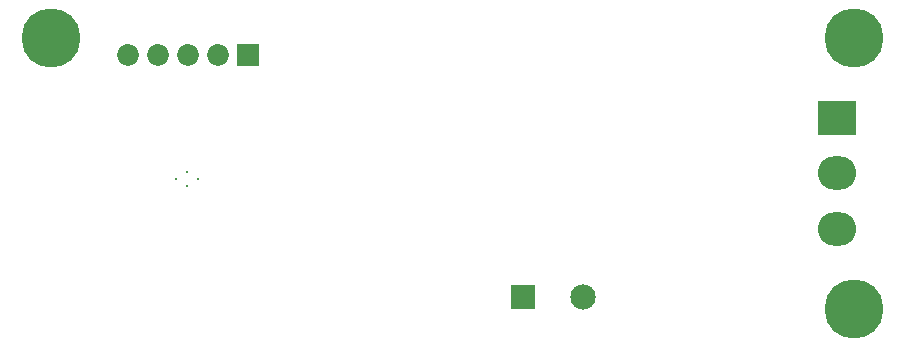
<source format=gbr>
%TF.GenerationSoftware,Altium Limited,Altium Designer,24.0.1 (36)*%
G04 Layer_Color=255*
%FSLAX45Y45*%
%MOMM*%
%TF.SameCoordinates,B6A77970-8F51-4162-B198-D5255F9352F6*%
%TF.FilePolarity,Positive*%
%TF.FileFunction,Pads,Bot*%
%TF.Part,Single*%
G01*
G75*
%TA.AperFunction,ComponentPad*%
%ADD26R,3.25000X2.85000*%
%ADD27O,3.25000X2.85000*%
%ADD28C,0.30000*%
%ADD29R,2.15000X2.15000*%
%ADD30C,2.15000*%
%ADD31C,5.00000*%
%ADD32C,1.85000*%
%ADD33R,1.85000X1.85000*%
D26*
X7000000Y1970000D02*
D03*
D27*
Y1500000D02*
D03*
Y1030000D02*
D03*
D28*
X1405000Y1450000D02*
D03*
X1500000Y1507500D02*
D03*
Y1392500D02*
D03*
X1595000Y1450000D02*
D03*
D29*
X4346000Y450000D02*
D03*
D30*
X4854000D02*
D03*
D31*
X350000Y2650000D02*
D03*
X7150000Y350000D02*
D03*
Y2650000D02*
D03*
D32*
X1000000Y2500000D02*
D03*
X1762000D02*
D03*
X1508000D02*
D03*
X1254000D02*
D03*
D33*
X2016000D02*
D03*
%TF.MD5,bf7eaf28c0276199f1c8a69229ad8a87*%
M02*

</source>
